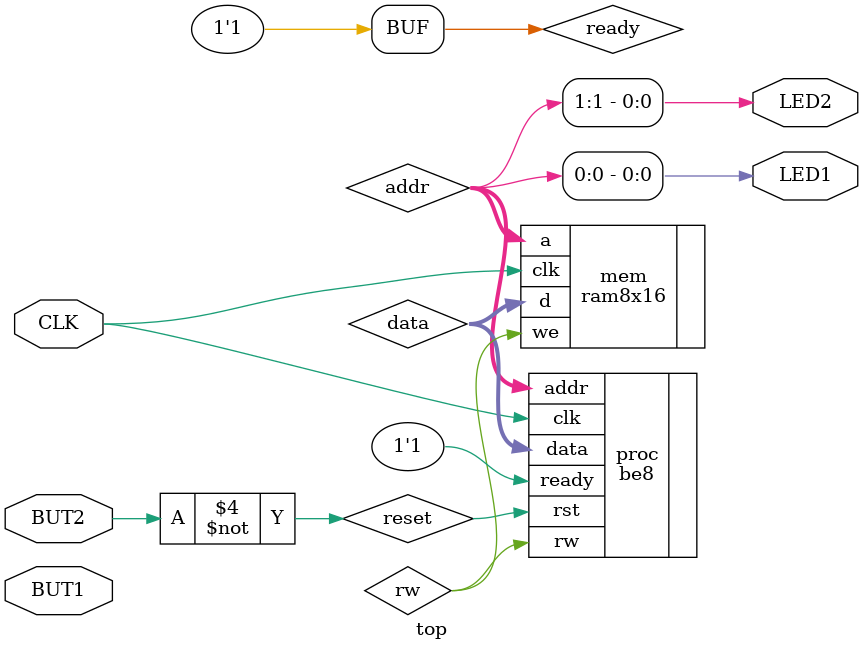
<source format=v>
module top(
    input   CLK,
    input   BUT1,
    input   BUT2,
    output  LED1,
    output  LED2);

reg		[11:0]	clk_div;            // 12 bit counter
wire			clk_24KHz;          //signal with approx 24KHz clock
assign clk_24KHz = clk_div[11];     //100 000 000 Hz / 4096 = 24414 Hz

always @ (negedge CLK) begin        //on each positive edge of 100Mhz clock increment clk_div
	clk_div <= clk_div + 12'b1;
end

wire set, reset;
assign set=~BUT1;
assign reset=~BUT2;

wire [7:0] data;
wire [7:0] addr;
wire ready, rw;

assign LED1 = addr[0];
assign LED2 = addr[1];
assign ready = 1;

be8 proc(.clk(CLK), .rst(reset),
    .data(data), .addr(addr), .ready(ready),
    .rw(rw));
ram8x16 mem(.d(data), .a(addr), .we(rw), .clk(CLK));

endmodule                           // top

</source>
